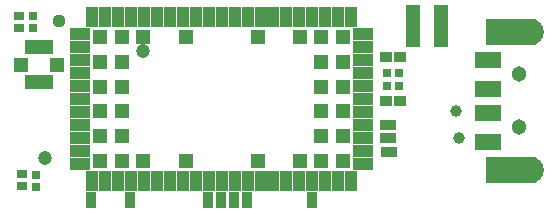
<source format=gts>
G04 Layer_Color=8388736*
%FSLAX25Y25*%
%MOIN*%
G70*
G01*
G75*
%ADD44C,0.04400*%
%ADD81R,0.08674X0.05524*%
%ADD82R,0.16548X0.09068*%
%ADD83R,0.04934X0.04737*%
%ADD84R,0.09461X0.04934*%
%ADD85R,0.03300X0.05800*%
%ADD86R,0.06706X0.03950*%
%ADD87R,0.03950X0.06706*%
%ADD88R,0.05131X0.05131*%
%ADD89R,0.03556X0.03162*%
%ADD90R,0.03556X0.03162*%
%ADD91R,0.04658X0.14186*%
%ADD92R,0.02828X0.03162*%
%ADD93R,0.03162X0.02828*%
%ADD94R,0.04147X0.03359*%
%ADD95R,0.05800X0.03300*%
G04:AMPARAMS|DCode=96|XSize=39.5mil|YSize=39.5mil|CornerRadius=19.75mil|HoleSize=0mil|Usage=FLASHONLY|Rotation=90.000|XOffset=0mil|YOffset=0mil|HoleType=Round|Shape=RoundedRectangle|*
%AMROUNDEDRECTD96*
21,1,0.03950,0.00000,0,0,90.0*
21,1,0.00000,0.03950,0,0,90.0*
1,1,0.03950,0.00000,0.00000*
1,1,0.03950,0.00000,0.00000*
1,1,0.03950,0.00000,0.00000*
1,1,0.03950,0.00000,0.00000*
%
%ADD96ROUNDEDRECTD96*%
%ADD97C,0.05131*%
%ADD98O,0.16548X0.08674*%
%ADD99C,0.04737*%
D44*
X18900Y63862D02*
D03*
D81*
X161864Y33463D02*
D03*
Y41337D02*
D03*
Y23620D02*
D03*
Y51179D02*
D03*
D82*
X169541Y14368D02*
D03*
X169541Y60431D02*
D03*
D83*
X18004Y49500D02*
D03*
X5996D02*
D03*
D84*
X12000Y43693D02*
D03*
Y55307D02*
D03*
D85*
X77100Y4300D02*
D03*
X29600Y4400D02*
D03*
X42600D02*
D03*
X72700Y4300D02*
D03*
X68500D02*
D03*
X103100D02*
D03*
X81600D02*
D03*
D86*
X119994Y59654D02*
D03*
Y55323D02*
D03*
Y50992D02*
D03*
Y46661D02*
D03*
Y42331D02*
D03*
Y38000D02*
D03*
Y33669D02*
D03*
Y29339D02*
D03*
Y25008D02*
D03*
Y20677D02*
D03*
Y16346D02*
D03*
X25900Y59654D02*
D03*
Y50992D02*
D03*
Y55323D02*
D03*
Y46661D02*
D03*
Y42331D02*
D03*
Y33669D02*
D03*
Y38000D02*
D03*
Y25008D02*
D03*
Y20677D02*
D03*
Y29339D02*
D03*
Y16346D02*
D03*
D87*
X116254Y65362D02*
D03*
X111924D02*
D03*
X107593D02*
D03*
X103262D02*
D03*
X94601D02*
D03*
X98931D02*
D03*
X90270D02*
D03*
X72947D02*
D03*
X77278D02*
D03*
X68617D02*
D03*
X85939D02*
D03*
X81609D02*
D03*
X116254Y10638D02*
D03*
X111924D02*
D03*
X107593D02*
D03*
X103262D02*
D03*
X94601D02*
D03*
X98931D02*
D03*
X90270D02*
D03*
X85939D02*
D03*
X81609D02*
D03*
X72947D02*
D03*
X68617D02*
D03*
X77278D02*
D03*
X64286Y65362D02*
D03*
X55624D02*
D03*
X59955D02*
D03*
X51294D02*
D03*
X42632D02*
D03*
X38302D02*
D03*
X46963D02*
D03*
X33971D02*
D03*
X29640D02*
D03*
X59955Y10638D02*
D03*
X51294D02*
D03*
X55625D02*
D03*
X46963D02*
D03*
X33971D02*
D03*
X64286D02*
D03*
X42632D02*
D03*
X38302D02*
D03*
X29640D02*
D03*
D88*
X113302Y58669D02*
D03*
Y50402D02*
D03*
Y42134D02*
D03*
X106215D02*
D03*
Y58669D02*
D03*
Y50402D02*
D03*
X99128Y58669D02*
D03*
X84955D02*
D03*
X113302Y33866D02*
D03*
X106215D02*
D03*
X113302Y25598D02*
D03*
Y17331D02*
D03*
X106215D02*
D03*
Y25598D02*
D03*
X99128Y17331D02*
D03*
X84955D02*
D03*
X46766Y58669D02*
D03*
X60939D02*
D03*
X39680D02*
D03*
Y42134D02*
D03*
Y50402D02*
D03*
X32593Y58669D02*
D03*
Y50402D02*
D03*
Y42134D02*
D03*
X60939Y17331D02*
D03*
X46766D02*
D03*
X39680Y25598D02*
D03*
Y17331D02*
D03*
Y33866D02*
D03*
X32593D02*
D03*
Y25598D02*
D03*
Y17331D02*
D03*
D89*
X6500Y9130D02*
D03*
X5500Y65570D02*
D03*
D90*
X6500Y12870D02*
D03*
X5500Y61830D02*
D03*
D91*
X146265Y62400D02*
D03*
X136935D02*
D03*
D92*
X132218Y42500D02*
D03*
X128182D02*
D03*
X132218Y46600D02*
D03*
X128182D02*
D03*
D93*
X10100Y65718D02*
D03*
Y61682D02*
D03*
X11100Y12818D02*
D03*
Y8782D02*
D03*
D94*
X132562Y51900D02*
D03*
X127838D02*
D03*
X132562Y37300D02*
D03*
X127838D02*
D03*
D95*
X128300Y29300D02*
D03*
X128500Y25000D02*
D03*
X128800Y20200D02*
D03*
D96*
X152000Y25000D02*
D03*
X151000Y34000D02*
D03*
D97*
X172100Y46258D02*
D03*
Y28542D02*
D03*
D98*
Y60431D02*
D03*
Y14368D02*
D03*
D99*
X46677Y53933D02*
D03*
X14000Y18500D02*
D03*
M02*

</source>
